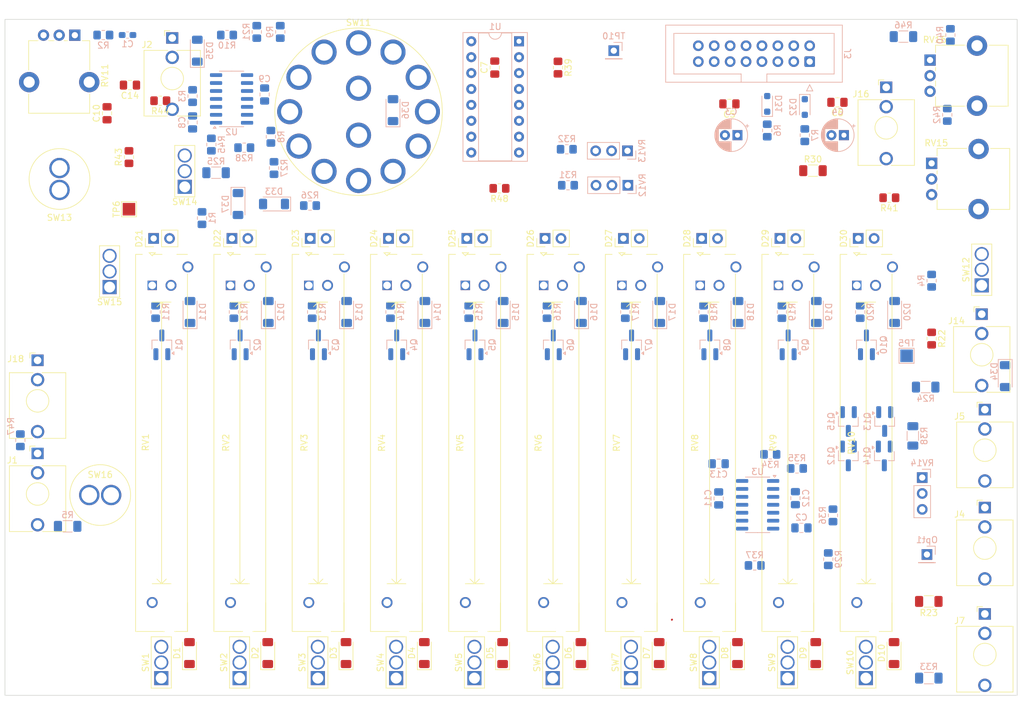
<source format=kicad_pcb>
(kicad_pcb (version 20221018) (generator pcbnew)

  (general
    (thickness 1.6)
  )

  (paper "A4")
  (title_block
    (title "Unseen Servant (Baby 10 Seq)")
  )

  (layers
    (0 "F.Cu" signal)
    (31 "B.Cu" signal)
    (32 "B.Adhes" user "B.Adhesive")
    (33 "F.Adhes" user "F.Adhesive")
    (34 "B.Paste" user)
    (35 "F.Paste" user)
    (36 "B.SilkS" user "B.Silkscreen")
    (37 "F.SilkS" user "F.Silkscreen")
    (38 "B.Mask" user)
    (39 "F.Mask" user)
    (40 "Dwgs.User" user "User.Drawings")
    (41 "Cmts.User" user "User.Comments")
    (42 "Eco1.User" user "User.Eco1")
    (43 "Eco2.User" user "User.Eco2")
    (44 "Edge.Cuts" user)
    (45 "Margin" user)
    (46 "B.CrtYd" user "B.Courtyard")
    (47 "F.CrtYd" user "F.Courtyard")
    (48 "B.Fab" user)
    (49 "F.Fab" user)
    (50 "User.1" user)
    (51 "User.2" user)
    (52 "User.3" user)
    (53 "User.4" user)
    (54 "User.5" user)
    (55 "User.6" user)
    (56 "User.7" user)
    (57 "User.8" user)
    (58 "User.9" user)
  )

  (setup
    (stackup
      (layer "F.SilkS" (type "Top Silk Screen"))
      (layer "F.Paste" (type "Top Solder Paste"))
      (layer "F.Mask" (type "Top Solder Mask") (thickness 0.01))
      (layer "F.Cu" (type "copper") (thickness 0.035))
      (layer "dielectric 1" (type "core") (thickness 1.51) (material "FR4") (epsilon_r 4.5) (loss_tangent 0.02))
      (layer "B.Cu" (type "copper") (thickness 0.035))
      (layer "B.Mask" (type "Bottom Solder Mask") (thickness 0.01))
      (layer "B.Paste" (type "Bottom Solder Paste"))
      (layer "B.SilkS" (type "Bottom Silk Screen"))
      (copper_finish "None")
      (dielectric_constraints no)
    )
    (pad_to_mask_clearance 0)
    (pcbplotparams
      (layerselection 0x00010fc_ffffffff)
      (plot_on_all_layers_selection 0x0000000_00000000)
      (disableapertmacros false)
      (usegerberextensions false)
      (usegerberattributes true)
      (usegerberadvancedattributes true)
      (creategerberjobfile true)
      (dashed_line_dash_ratio 12.000000)
      (dashed_line_gap_ratio 3.000000)
      (svgprecision 6)
      (plotframeref false)
      (viasonmask false)
      (mode 1)
      (useauxorigin false)
      (hpglpennumber 1)
      (hpglpenspeed 20)
      (hpglpendiameter 15.000000)
      (dxfpolygonmode true)
      (dxfimperialunits true)
      (dxfusepcbnewfont true)
      (psnegative false)
      (psa4output false)
      (plotreference true)
      (plotvalue true)
      (plotinvisibletext false)
      (sketchpadsonfab false)
      (subtractmaskfromsilk false)
      (outputformat 1)
      (mirror false)
      (drillshape 0)
      (scaleselection 1)
      (outputdirectory "./")
    )
  )

  (net 0 "")
  (net 1 "Net-(U2C--)")
  (net 2 "-12V")
  (net 3 "Net-(D1-K)")
  (net 4 "Net-(D1-A)")
  (net 5 "Net-(D2-K)")
  (net 6 "Net-(D2-A)")
  (net 7 "Net-(D3-K)")
  (net 8 "Net-(D3-A)")
  (net 9 "Net-(D4-K)")
  (net 10 "Net-(D4-A)")
  (net 11 "Net-(D5-K)")
  (net 12 "Net-(D5-A)")
  (net 13 "Net-(D6-K)")
  (net 14 "Net-(D6-A)")
  (net 15 "Net-(D7-K)")
  (net 16 "Net-(D7-A)")
  (net 17 "Net-(D8-K)")
  (net 18 "Net-(D8-A)")
  (net 19 "Net-(D9-K)")
  (net 20 "Net-(D9-A)")
  (net 21 "Net-(D10-K)")
  (net 22 "Net-(D10-A)")
  (net 23 "Net-(D11-A)")
  (net 24 "Net-(D12-A)")
  (net 25 "Net-(D13-A)")
  (net 26 "Net-(D14-A)")
  (net 27 "Net-(D15-A)")
  (net 28 "Net-(D16-A)")
  (net 29 "Net-(D17-A)")
  (net 30 "Net-(D18-A)")
  (net 31 "Net-(D19-A)")
  (net 32 "Net-(D20-A)")
  (net 33 "Net-(D21-K)")
  (net 34 "Net-(D21-A)")
  (net 35 "Net-(D22-K)")
  (net 36 "Net-(D23-K)")
  (net 37 "Net-(D24-K)")
  (net 38 "Net-(D25-K)")
  (net 39 "Net-(D27-K)")
  (net 40 "Net-(D28-K)")
  (net 41 "Net-(R2-Pad1)")
  (net 42 "Net-(D29-K)")
  (net 43 "Net-(D30-K)")
  (net 44 "Net-(D31-K)")
  (net 45 "Net-(D32-K)")
  (net 46 "Net-(D33-K)")
  (net 47 "Net-(R31-Pad1)")
  (net 48 "GND")
  (net 49 "unconnected-(SW11-Pad11)")
  (net 50 "unconnected-(SW11-Pad12)")
  (net 51 "Net-(D35-K)")
  (net 52 "unconnected-(J3-Pin_11-Pad11)")
  (net 53 "unconnected-(J3-Pin_12-Pad12)")
  (net 54 "unconnected-(J3-Pin_13-Pad13)")
  (net 55 "unconnected-(J3-Pin_14-Pad14)")
  (net 56 "Net-(Q1-B)")
  (net 57 "Net-(R25-Pad2)")
  (net 58 "Net-(R32-Pad1)")
  (net 59 "Net-(Q2-B)")
  (net 60 "Net-(C2-Pad1)")
  (net 61 "Net-(Q3-B)")
  (net 62 "Net-(D26-K)")
  (net 63 "Net-(Q4-B)")
  (net 64 "Net-(D31-A)")
  (net 65 "Net-(Q5-B)")
  (net 66 "Net-(D32-A)")
  (net 67 "Net-(Q6-B)")
  (net 68 "Net-(Q7-B)")
  (net 69 "Net-(D35-A)")
  (net 70 "Net-(Q8-B)")
  (net 71 "Net-(D36-A)")
  (net 72 "Net-(Q9-B)")
  (net 73 "Net-(D37-A)")
  (net 74 "Net-(Q10-B)")
  (net 75 "Net-(Q12-C)")
  (net 76 "Net-(U2A--)")
  (net 77 "Net-(U2B--)")
  (net 78 "Net-(SW12-A)")
  (net 79 "Net-(U2D--)")
  (net 80 "unconnected-(U1-Cout-Pad12)")
  (net 81 "Net-(SW14-B)")
  (net 82 "Net-(U3A-+)")
  (net 83 "RESET_IN")
  (net 84 "CLK_IN")
  (net 85 "PIN_5_B")
  (net 86 "PIN_3_B")
  (net 87 "PIN_4_B")
  (net 88 "PIN_5_T")
  (net 89 "GATE_OUT")
  (net 90 "Net-(C10-Pad1)")
  (net 91 "CLK_OUT")
  (net 92 "CASC_OUT")
  (net 93 "Net-(R43-Pad1)")
  (net 94 "CV_OUT")
  (net 95 "Net-(U3B-+)")
  (net 96 "Net-(SW12-C)")
  (net 97 "CLK_IN_N")
  (net 98 "Net-(U3A--)")
  (net 99 "unconnected-(J1-PadTN)")
  (net 100 "Net-(Q12-B)")
  (net 101 "Net-(Q12-E)")
  (net 102 "Net-(Q13-B)")
  (net 103 "Net-(Q14-B)")
  (net 104 "SEQ_LV")
  (net 105 "Net-(U3B--)")
  (net 106 "PIN_6_B")
  (net 107 "PIN_6_T")
  (net 108 "+12V")
  (net 109 "Net-(R37-Pad2)")
  (net 110 "Net-(R40-Pad2)")
  (net 111 "Net-(R41-Pad1)")
  (net 112 "Net-(J3-Pin_15)")
  (net 113 "unconnected-(J4-PadTN)")
  (net 114 "unconnected-(J5-PadTN)")
  (net 115 "unconnected-(J7-PadTN)")
  (net 116 "Net-(D34-K)")
  (net 117 "Net-(SW14-A)")
  (net 118 "CASC_NORM")
  (net 119 "Net-(J16-PadT)")

  (footprint "SynthMages:Micro SPDT (3 pin)" (layer "F.Cu") (at 46 118.75 180))

  (footprint "Capacitor_SMD:C_0805_2012Metric_Pad1.18x1.45mm_HandSolder" (layer "F.Cu") (at 41 24 180))

  (footprint "SynthMages:Micro SPDT (3 pin)" (layer "F.Cu") (at 146 118.75 180))

  (footprint "SynthMages:SLIDE_POT_0547" (layer "F.Cu") (at 83.553 81.171374 -90))

  (footprint "Diode_SMD:D_MiniMELF" (layer "F.Cu") (at 88 114.75 90))

  (footprint "SynthMages:SLIDE_POT_0547" (layer "F.Cu") (at 46.053 81.171374 -90))

  (footprint "Diode_SMD:D_MiniMELF" (layer "F.Cu") (at 138 114.75 90))

  (footprint "SynthMages:Micro SPDT (3 pin)" (layer "F.Cu") (at 58.5 118.75 180))

  (footprint "Connector_PinHeader_2.54mm:PinHeader_1x02_P2.54mm_Vertical" (layer "F.Cu") (at 69.783 48.5 90))

  (footprint "Connector_Audio:Jack_3.5mm_QingPu_WQP-PJ398SM_Vertical_CircularHoles" (layer "F.Cu") (at 26.25 82.85))

  (footprint "Diode_SMD:D_MiniMELF" (layer "F.Cu") (at 100.5 114.75 90))

  (footprint "TestPoint:TestPoint_Pad_2.0x2.0mm" (layer "F.Cu") (at 40.843 43.831374 90))

  (footprint "Potentiometer_THT:Potentiometer_Alpha_RD901F-40-00D_Single_Vertical_CircularHoles" (layer "F.Cu") (at 32.2 16.025 -90))

  (footprint "Resistor_SMD:R_0805_2012Metric_Pad1.20x1.40mm_HandSolder" (layer "F.Cu") (at 109.343 21.2 -90))

  (footprint "Connector_PinHeader_2.54mm:PinHeader_1x02_P2.54mm_Vertical" (layer "F.Cu") (at 82.283 48.5 90))

  (footprint "SynthMages:SLIDE_POT_0547" (layer "F.Cu") (at 108.553 81.171374 -90))

  (footprint "Connector_PinHeader_2.54mm:PinHeader_1x02_P2.54mm_Vertical" (layer "F.Cu") (at 107.283 48.5 90))

  (footprint "SynthMages:SLIDE_POT_0547" (layer "F.Cu") (at 58.553 81.171374 -90))

  (footprint "Connector_Audio:Jack_3.5mm_QingPu_WQP-PJ398SM_Vertical_CircularHoles" (layer "F.Cu") (at 47.75 16.47))

  (footprint "Capacitor_SMD:C_0805_2012Metric_Pad1.18x1.45mm_HandSolder" (layer "F.Cu") (at 37.343 28.5 90))

  (footprint "Connector_PinHeader_2.54mm:PinHeader_1x02_P2.54mm_Vertical" (layer "F.Cu") (at 157.283 48.5 90))

  (footprint "SynthMages:Micro SPDT (3 pin)" (layer "F.Cu") (at 83.5 118.75 180))

  (footprint "Diode_SMD:D_MiniMELF" (layer "F.Cu") (at 150.5 114.75 90))

  (footprint "Diode_SMD:D_MiniMELF" (layer "F.Cu") (at 113 114.75 90))

  (footprint "Resistor_SMD:R_0805_2012Metric_Pad1.20x1.40mm_HandSolder" (layer "F.Cu") (at 45.843 26.5 180))

  (footprint "SynthMages:SLIDE_POT_0547" (layer "F.Cu") (at 133.553 81.171374 -90))

  (footprint "Diode_SMD:D_MiniMELF" (layer "F.Cu") (at 50.5 114.75 90))

  (footprint "Connector_Audio:Jack_3.5mm_QingPu_WQP-PJ398SM_Vertical_CircularHoles" (layer "F.Cu") (at 177 60.6))

  (footprint "Connector_PinHeader_2.54mm:PinHeader_1x02_P2.54mm_Vertical" (layer "F.Cu") (at 144.783 48.5 90))

  (footprint "Capacitor_SMD:C_0805_2012Metric_Pad1.18x1.45mm_HandSolder" (layer "F.Cu") (at 99.25 21.2 90))

  (footprint "Potentiometer_THT:Potentiometer_Alpha_RD901F-40-00D_Single_Vertical_CircularHoles" (layer "F.Cu") (at 169 36.5))

  (footprint "Connector_PinHeader_2.54mm:PinHeader_1x02_P2.54mm_Vertical" (layer "F.Cu") (at 94.783 48.5 90))

  (footprint "Diode_SMD:D_MiniMELF" (layer "F.Cu") (at 163 114.75 90))

  (footprint "Resistor_SMD:R_0805_2012Metric_Pad1.20x1.40mm_HandSolder" (layer "F.Cu") (at 169 64.5 -90))

  (footprint "SynthMages:Pushbutton Switch (PBS105)" (layer "F.Cu") (at 36.25 89.5 90))

  (footprint "Capacitor_SMD:C_0805_2012Metric_Pad1.18x1.45mm_HandSolder" (layer "F.Cu") (at 153.9625 26.75 180))

  (footprint "Resistor_SMD:R_0805_2012Metric_Pad1.20x1.40mm_HandSolder" (layer "F.Cu") (at 162.25 42 180))

  (footprint "Potentiometer_THT:Potentiometer_Alpha_RD901F-40-00D_Single_Vertical_CircularHoles" (layer "F.Cu") (at 168.75 20))

  (footprint "SynthMages:Micro SPDT (3 pin)" (layer "F.Cu") (at 108.5 118.75 180))

  (footprint "Resistor_SMD:R_0805_2012Metric_Pad1.20x1.40mm_HandSolder" (layer "F.Cu") (at 100 40.5 180))

  (footprint "Resistor_SMD:R_1206_3216Metric_Pad1.30x1.75mm_HandSolder" (layer "F.Cu") (at 168.55 106.5 180))

  (footprint "Connector_PinHeader_2.54mm:PinHeader_1x02_P2.54mm_Vertical" (layer "F.Cu") (at 44.783 48.5 90))

  (footprint "SynthMages:Alpha Rotary 12" (layer "F.Cu") (at 77.5 28.25))

  (footprint "SynthMages:Micro SPDT (3 pin)" (layer "F.Cu") (at 177 56 180))

  (footprint "Connector_Audio:Jack_3.5mm_QingPu_WQP-PJ398SM_Vertical_CircularHoles" (layer "F.Cu")
    (tstamp c1969352-5d7e-487b-8459-00939bc40887)
    (at 161.75 24.35)
    (descr "TRS 3.5mm, vertical, Thonkiconn, PCB mount, (http://www.qingpu-electronics.com/en/products/WQP-PJ398SM-362.html)")
    (tags "WQP-PJ398SM WQP-PJ301M-12 TRS 3.5mm mono vertical jack thonkiconn qingpu")
    (property "Sheetfile" "Unseen Servant.kicad_sch")
    (property "Sheetname" "")
    (property "ki_description" "Audio Jack, 2 Poles (Mono / TS), Switched T Pole (Normalling)")
    (property "ki_keywords" "audio jack receptacle mono headphones phone TS connector")
    (path "/78366797-0767-4f76-9b35-3a88ce7c3406")
    (attr through_hole)
    (fp_text reference "J16" (at -4.03 1.08 180) (layer "F.SilkS")
        (effects (font (size 1 1) (thickness 0.15)))
      (tstamp 0e0836dd-e021-45d1-b608-cdefc7073a43)
    )
    (fp_text value "GLIDE IN" (at 0 5 180) (layer "F.Fab")
        (effects (font (size 1 1) 
... [525556 chars truncated]
</source>
